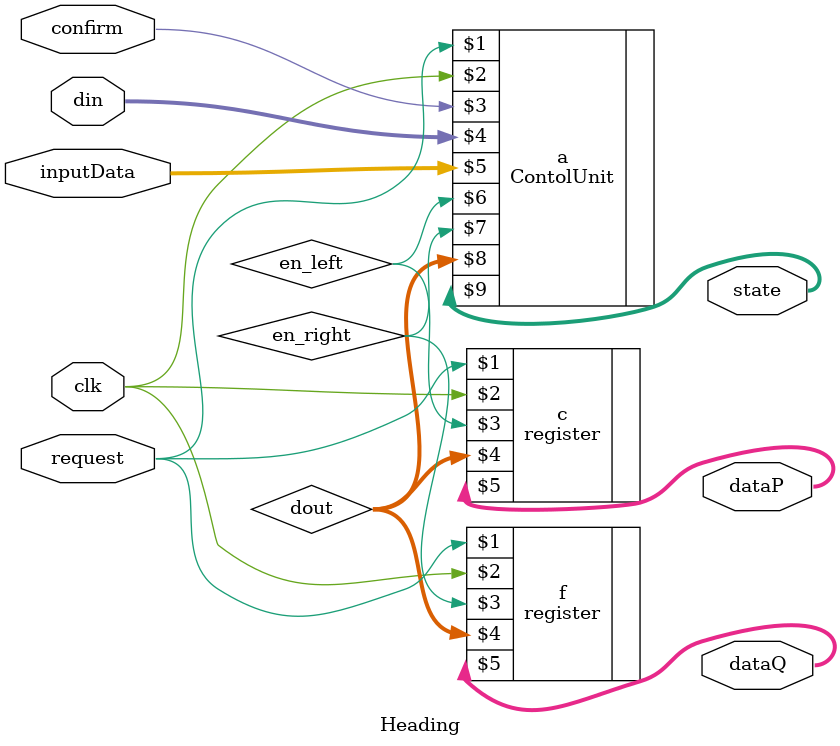
<source format=v>
`timescale 1ns / 1ps
module Heading(
   input        request ,
	input        clk ,
	input        confirm ,
	input  [7:0] inputData ,
	input  [2:0]din,
	output [6:0] dataP ,
	output [6:0] dataQ,
	output [2:0]state
    );
	 wire [6:0]  dout;
  ContolUnit a(request, clk, confirm, din,inputData, en_left, en_right, dout,state);
	register c(request, clk, en_left, dout, dataP);
	register f(request, clk, en_right, dout, dataQ);

endmodule

</source>
